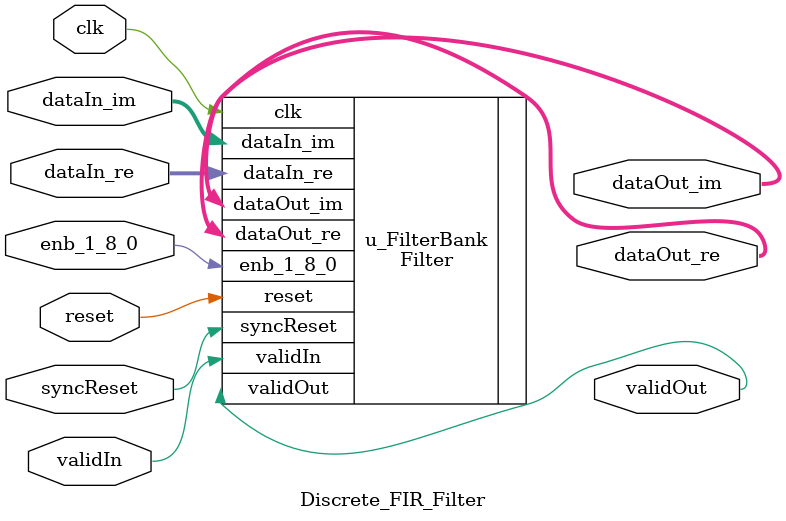
<source format=v>



`timescale 1 ns / 1 ns

module Discrete_FIR_Filter
          (clk,
           reset,
           enb_1_8_0,
           dataIn_re,
           dataIn_im,
           validIn,
           syncReset,
           dataOut_re,
           dataOut_im,
           validOut);


  input   clk;
  input   reset;
  input   enb_1_8_0;
  input   signed [15:0] dataIn_re;  // sfix16_En12
  input   signed [15:0] dataIn_im;  // sfix16_En12
  input   validIn;
  input   syncReset;
  output  signed [15:0] dataOut_re;  // sfix16_En11
  output  signed [15:0] dataOut_im;  // sfix16_En11
  output  validOut;




  Filter u_FilterBank (.clk(clk),
                       .reset(reset),
                       .enb_1_8_0(enb_1_8_0),
                       .dataIn_re(dataIn_re),  // sfix16_En12
                       .dataIn_im(dataIn_im),  // sfix16_En12
                       .validIn(validIn),
                       .syncReset(syncReset),
                       .dataOut_re(dataOut_re),  // sfix16_En11
                       .dataOut_im(dataOut_im),  // sfix16_En11
                       .validOut(validOut)
                       );

endmodule  // Discrete_FIR_Filter


</source>
